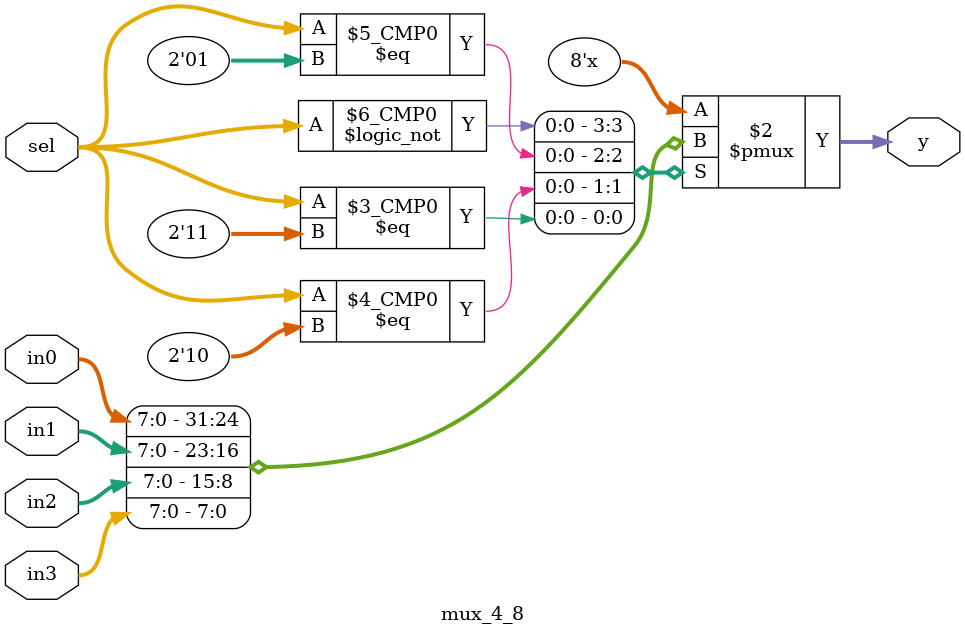
<source format=v>
module mux_4_8
(
    input      [1:0] sel,
    input      [7:0] in0,
    input      [7:0] in1,
    input      [7:0] in2,
    input      [7:0] in3,
    output reg [7:0] y
);

always @(*) begin
    case (sel)
        2'd0: y = in0;
        2'd1: y = in1;
        2'd2: y = in2;
        2'd3: y = in3;
    endcase
end

endmodule

</source>
